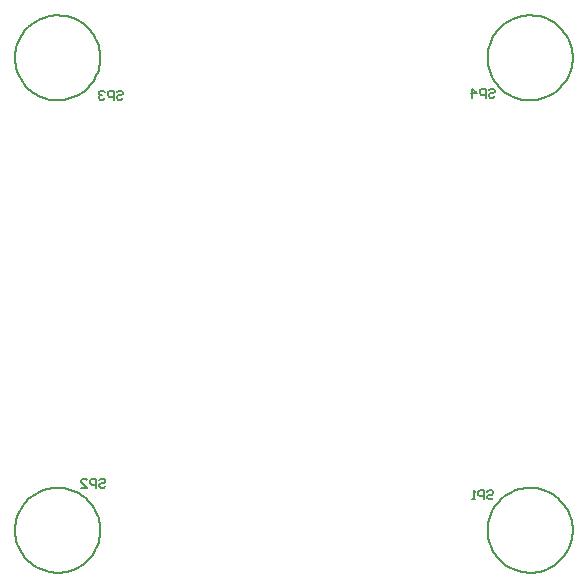
<source format=gbo>
G04*
G04 #@! TF.GenerationSoftware,Altium Limited,Altium Designer,21.6.1 (37)*
G04*
G04 Layer_Color=32896*
%FSLAX25Y25*%
%MOIN*%
G70*
G04*
G04 #@! TF.SameCoordinates,6932302D-1246-4337-B808-B0F653D0E11F*
G04*
G04*
G04 #@! TF.FilePolarity,Positive*
G04*
G01*
G75*
%ADD12C,0.00500*%
%ADD15C,0.00787*%
D12*
X226798Y194952D02*
X227298Y195452D01*
X228297Y195452D01*
X228797Y194952D01*
X228797Y194453D01*
X228297Y193953D01*
X227298Y193953D01*
X226798Y193453D01*
X226798Y192953D01*
X227298Y192453D01*
X228297Y192453D01*
X228797Y192953D01*
X225798Y192453D02*
X225798Y195452D01*
X224299Y195452D01*
X223799Y194952D01*
X223799Y193953D01*
X224299Y193453D01*
X225798Y193453D01*
X221300Y192453D02*
X221300Y195452D01*
X222799Y193953D01*
X220800Y193953D01*
X102806Y194338D02*
X103305Y194838D01*
X104305Y194838D01*
X104805Y194338D01*
X104805Y193838D01*
X104305Y193339D01*
X103305Y193339D01*
X102806Y192839D01*
X102806Y192339D01*
X103305Y191839D01*
X104305Y191839D01*
X104805Y192339D01*
X101806Y191839D02*
X101806Y194838D01*
X100306Y194838D01*
X99807Y194338D01*
X99807Y193339D01*
X100306Y192839D01*
X101806Y192839D01*
X98807Y194338D02*
X98307Y194838D01*
X97307Y194838D01*
X96808Y194338D01*
X96808Y193838D01*
X97307Y193339D01*
X97807Y193339D01*
X97307Y193339D01*
X96808Y192839D01*
X96808Y192339D01*
X97307Y191839D01*
X98307Y191839D01*
X98807Y192339D01*
X96877Y65031D02*
X97376Y65531D01*
X98376Y65531D01*
X98876Y65031D01*
X98876Y64531D01*
X98376Y64031D01*
X97376Y64031D01*
X96877Y63532D01*
X96877Y63032D01*
X97376Y62532D01*
X98376Y62532D01*
X98876Y63032D01*
X95877Y62532D02*
X95877Y65531D01*
X94377Y65531D01*
X93878Y65031D01*
X93878Y64031D01*
X94377Y63532D01*
X95877Y63532D01*
X90878Y62532D02*
X92878Y62532D01*
X90878Y64531D01*
X90878Y65031D01*
X91378Y65531D01*
X92378Y65531D01*
X92878Y65031D01*
X226298Y61094D02*
X226798Y61594D01*
X227797Y61594D01*
X228297Y61094D01*
X228297Y60594D01*
X227797Y60094D01*
X226798Y60094D01*
X226298Y59595D01*
X226298Y59095D01*
X226798Y58595D01*
X227797Y58595D01*
X228297Y59095D01*
X225298Y58595D02*
X225298Y61594D01*
X223799Y61594D01*
X223299Y61094D01*
X223299Y60094D01*
X223799Y59595D01*
X225298Y59595D01*
X222299Y58595D02*
X221300Y58595D01*
X221799Y58595D01*
X221799Y61594D01*
X222299Y61094D01*
D15*
X254720Y48283D02*
X254684Y49283D01*
X254579Y50278D01*
X254403Y51263D01*
X254158Y52233D01*
X253846Y53183D01*
X253467Y54109D01*
X253024Y55006D01*
X252519Y55869D01*
X251954Y56695D01*
X251332Y57479D01*
X250657Y58217D01*
X249931Y58905D01*
X249158Y59540D01*
X248342Y60120D01*
X247488Y60640D01*
X246599Y61099D01*
X245680Y61494D01*
X244736Y61823D01*
X243770Y62085D01*
X242788Y62278D01*
X241796Y62401D01*
X240797Y62454D01*
X239796Y62437D01*
X238800Y62349D01*
X237812Y62190D01*
X236838Y61963D01*
X235882Y61667D01*
X234950Y61305D01*
X234045Y60878D01*
X233173Y60388D01*
X232337Y59837D01*
X231543Y59230D01*
X230793Y58567D01*
X230092Y57854D01*
X229443Y57092D01*
X228849Y56287D01*
X228314Y55442D01*
X227839Y54562D01*
X227428Y53649D01*
X227082Y52711D01*
X226804Y51750D01*
X226593Y50772D01*
X226453Y49782D01*
X226382Y48784D01*
X226382Y47783D01*
X226453Y46785D01*
X226593Y45795D01*
X226804Y44817D01*
X227082Y43856D01*
X227428Y42917D01*
X227839Y42006D01*
X228314Y41125D01*
X228849Y40280D01*
X229443Y39475D01*
X230092Y38713D01*
X230793Y38000D01*
X231543Y37337D01*
X232337Y36729D01*
X233173Y36179D01*
X234045Y35689D01*
X234950Y35262D01*
X235882Y34900D01*
X236838Y34604D01*
X237812Y34376D01*
X238800Y34218D01*
X239796Y34130D01*
X240796Y34112D01*
X241795Y34165D01*
X242788Y34289D01*
X243770Y34482D01*
X244735Y34743D01*
X245680Y35073D01*
X246599Y35468D01*
X247488Y35926D01*
X248342Y36447D01*
X249158Y37026D01*
X249931Y37662D01*
X250657Y38350D01*
X251332Y39088D01*
X251954Y39872D01*
X252519Y40698D01*
X253024Y41561D01*
X253467Y42458D01*
X253846Y43384D01*
X254158Y44334D01*
X254403Y45304D01*
X254579Y46289D01*
X254684Y47284D01*
X254720Y48283D01*
X97239Y48283D02*
X97204Y49283D01*
X97098Y50278D01*
X96923Y51263D01*
X96678Y52233D01*
X96365Y53183D01*
X95987Y54109D01*
X95544Y55006D01*
X95038Y55869D01*
X94473Y56695D01*
X93852Y57479D01*
X93176Y58217D01*
X92450Y58905D01*
X91678Y59540D01*
X90862Y60120D01*
X90008Y60640D01*
X89119Y61099D01*
X88200Y61494D01*
X87255Y61823D01*
X86290Y62085D01*
X85308Y62278D01*
X84315Y62401D01*
X83316Y62454D01*
X82316Y62437D01*
X81319Y62349D01*
X80332Y62190D01*
X79358Y61963D01*
X78402Y61667D01*
X77469Y61305D01*
X76565Y60878D01*
X75693Y60388D01*
X74857Y59837D01*
X74063Y59230D01*
X73313Y58567D01*
X72612Y57854D01*
X71963Y57092D01*
X71369Y56287D01*
X70834Y55442D01*
X70359Y54562D01*
X69948Y53649D01*
X69602Y52711D01*
X69323Y51750D01*
X69113Y50772D01*
X68972Y49782D01*
X68902Y48784D01*
X68902Y47783D01*
X68972Y46785D01*
X69113Y45795D01*
X69323Y44817D01*
X69602Y43856D01*
X69948Y42917D01*
X70359Y42006D01*
X70834Y41125D01*
X71369Y40280D01*
X71963Y39475D01*
X72612Y38713D01*
X73313Y38000D01*
X74063Y37337D01*
X74857Y36729D01*
X75693Y36179D01*
X76565Y35689D01*
X77469Y35262D01*
X78402Y34900D01*
X79357Y34604D01*
X80332Y34376D01*
X81319Y34218D01*
X82316Y34130D01*
X83316Y34112D01*
X84315Y34165D01*
X85308Y34289D01*
X86290Y34482D01*
X87255Y34743D01*
X88200Y35073D01*
X89119Y35468D01*
X90008Y35926D01*
X90862Y36447D01*
X91678Y37026D01*
X92450Y37662D01*
X93176Y38350D01*
X93852Y39088D01*
X94473Y39872D01*
X95038Y40698D01*
X95544Y41561D01*
X95987Y42458D01*
X96365Y43384D01*
X96678Y44334D01*
X96923Y45304D01*
X97098Y46289D01*
X97204Y47284D01*
X97239Y48283D01*
X97239Y205764D02*
X97204Y206764D01*
X97098Y207758D01*
X96923Y208743D01*
X96678Y209713D01*
X96365Y210664D01*
X95987Y211589D01*
X95544Y212486D01*
X95038Y213350D01*
X94473Y214175D01*
X93852Y214959D01*
X93176Y215697D01*
X92450Y216385D01*
X91678Y217021D01*
X90862Y217600D01*
X90008Y218121D01*
X89119Y218580D01*
X88200Y218975D01*
X87255Y219304D01*
X86290Y219566D01*
X85308Y219759D01*
X84315Y219882D01*
X83316Y219935D01*
X82316Y219917D01*
X81319Y219829D01*
X80332Y219671D01*
X79358Y219443D01*
X78402Y219147D01*
X77469Y218785D01*
X76565Y218358D01*
X75693Y217868D01*
X74857Y217318D01*
X74063Y216710D01*
X73313Y216048D01*
X72612Y215334D01*
X71963Y214573D01*
X71369Y213768D01*
X70834Y212923D01*
X70359Y212042D01*
X69948Y211130D01*
X69602Y210191D01*
X69323Y209230D01*
X69113Y208252D01*
X68972Y207262D01*
X68902Y206264D01*
X68902Y205264D01*
X68972Y204266D01*
X69113Y203275D01*
X69323Y202297D01*
X69602Y201337D01*
X69948Y200398D01*
X70359Y199486D01*
X70834Y198605D01*
X71369Y197760D01*
X71963Y196955D01*
X72612Y196194D01*
X73313Y195480D01*
X74063Y194818D01*
X74857Y194210D01*
X75693Y193660D01*
X76565Y193170D01*
X77469Y192742D01*
X78402Y192380D01*
X79357Y192084D01*
X80332Y191857D01*
X81319Y191699D01*
X82316Y191610D01*
X83316Y191593D01*
X84315Y191646D01*
X85308Y191769D01*
X86290Y191962D01*
X87255Y192224D01*
X88200Y192553D01*
X89119Y192948D01*
X90008Y193407D01*
X90862Y193927D01*
X91678Y194507D01*
X92450Y195142D01*
X93176Y195831D01*
X93852Y196569D01*
X94473Y197352D01*
X95038Y198178D01*
X95544Y199041D01*
X95987Y199938D01*
X96365Y200864D01*
X96678Y201814D01*
X96923Y202784D01*
X97098Y203769D01*
X97204Y204764D01*
X97239Y205764D01*
X254720Y205764D02*
X254684Y206764D01*
X254579Y207758D01*
X254403Y208743D01*
X254158Y209713D01*
X253846Y210664D01*
X253467Y211589D01*
X253024Y212486D01*
X252519Y213350D01*
X251954Y214175D01*
X251332Y214959D01*
X250657Y215697D01*
X249931Y216385D01*
X249158Y217021D01*
X248342Y217600D01*
X247488Y218121D01*
X246599Y218580D01*
X245680Y218975D01*
X244736Y219304D01*
X243770Y219566D01*
X242788Y219759D01*
X241796Y219882D01*
X240797Y219935D01*
X239796Y219917D01*
X238800Y219829D01*
X237812Y219671D01*
X236838Y219443D01*
X235882Y219147D01*
X234950Y218785D01*
X234045Y218358D01*
X233173Y217868D01*
X232337Y217318D01*
X231543Y216710D01*
X230793Y216048D01*
X230092Y215334D01*
X229443Y214573D01*
X228849Y213768D01*
X228314Y212923D01*
X227839Y212042D01*
X227428Y211130D01*
X227082Y210191D01*
X226804Y209230D01*
X226593Y208252D01*
X226453Y207262D01*
X226382Y206264D01*
X226382Y205264D01*
X226453Y204266D01*
X226593Y203275D01*
X226804Y202297D01*
X227082Y201337D01*
X227428Y200398D01*
X227839Y199486D01*
X228314Y198605D01*
X228849Y197760D01*
X229443Y196955D01*
X230092Y196194D01*
X230793Y195480D01*
X231543Y194818D01*
X232337Y194210D01*
X233173Y193660D01*
X234045Y193170D01*
X234950Y192742D01*
X235882Y192380D01*
X236838Y192084D01*
X237812Y191857D01*
X238800Y191699D01*
X239796Y191610D01*
X240796Y191593D01*
X241795Y191646D01*
X242788Y191769D01*
X243770Y191962D01*
X244735Y192224D01*
X245680Y192553D01*
X246599Y192948D01*
X247488Y193407D01*
X248342Y193927D01*
X249158Y194507D01*
X249931Y195142D01*
X250657Y195831D01*
X251332Y196569D01*
X251954Y197352D01*
X252519Y198178D01*
X253024Y199041D01*
X253467Y199938D01*
X253846Y200864D01*
X254158Y201814D01*
X254403Y202784D01*
X254579Y203769D01*
X254684Y204764D01*
X254720Y205764D01*
M02*

</source>
